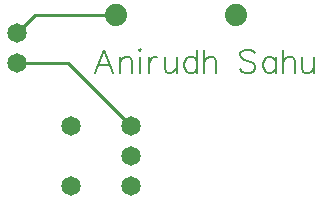
<source format=gtl>
G04 Layer: TopLayer*
G04 EasyEDA v6.5.44, 2024-08-04 20:28:30*
G04 8295df91b2f84a2d9169b475f636a574,b0d0efe6ac584fe99c24f131b36d675a,10*
G04 Gerber Generator version 0.2*
G04 Scale: 100 percent, Rotated: No, Reflected: No *
G04 Dimensions in millimeters *
G04 leading zeros omitted , absolute positions ,4 integer and 5 decimal *
%FSLAX45Y45*%
%MOMM*%

%ADD10C,0.2032*%
%ADD11C,0.2540*%
%ADD12C,1.6510*%
%ADD13C,1.8796*%
%ADD14C,1.6500*%

%LPD*%
D10*
X1966213Y4357878D02*
G01*
X1892300Y4164076D01*
X1966213Y4357878D02*
G01*
X2040127Y4164076D01*
X1919986Y4228592D02*
G01*
X2012441Y4228592D01*
X2101088Y4293362D02*
G01*
X2101088Y4164076D01*
X2101088Y4256278D02*
G01*
X2128774Y4283963D01*
X2147315Y4293362D01*
X2175002Y4293362D01*
X2193290Y4283963D01*
X2202688Y4256278D01*
X2202688Y4164076D01*
X2263647Y4357878D02*
G01*
X2272791Y4348734D01*
X2282190Y4357878D01*
X2272791Y4367276D01*
X2263647Y4357878D01*
X2272791Y4293362D02*
G01*
X2272791Y4164076D01*
X2343150Y4293362D02*
G01*
X2343150Y4164076D01*
X2343150Y4237989D02*
G01*
X2352293Y4265676D01*
X2370836Y4283963D01*
X2389124Y4293362D01*
X2416809Y4293362D01*
X2477770Y4293362D02*
G01*
X2477770Y4200905D01*
X2487168Y4173220D01*
X2505709Y4164076D01*
X2533395Y4164076D01*
X2551684Y4173220D01*
X2579370Y4200905D01*
X2579370Y4293362D02*
G01*
X2579370Y4164076D01*
X2751327Y4357878D02*
G01*
X2751327Y4164076D01*
X2751327Y4265676D02*
G01*
X2732786Y4283963D01*
X2714243Y4293362D01*
X2686558Y4293362D01*
X2668270Y4283963D01*
X2649727Y4265676D01*
X2640329Y4237989D01*
X2640329Y4219447D01*
X2649727Y4191762D01*
X2668270Y4173220D01*
X2686558Y4164076D01*
X2714243Y4164076D01*
X2732786Y4173220D01*
X2751327Y4191762D01*
X2812288Y4357878D02*
G01*
X2812288Y4164076D01*
X2812288Y4256278D02*
G01*
X2839974Y4283963D01*
X2858515Y4293362D01*
X2886202Y4293362D01*
X2904490Y4283963D01*
X2913888Y4256278D01*
X2913888Y4164076D01*
X3246374Y4330192D02*
G01*
X3227831Y4348734D01*
X3200145Y4357878D01*
X3163315Y4357878D01*
X3135629Y4348734D01*
X3117088Y4330192D01*
X3117088Y4311650D01*
X3126231Y4293362D01*
X3135629Y4283963D01*
X3153918Y4274820D01*
X3209290Y4256278D01*
X3227831Y4247134D01*
X3237229Y4237989D01*
X3246374Y4219447D01*
X3246374Y4191762D01*
X3227831Y4173220D01*
X3200145Y4164076D01*
X3163315Y4164076D01*
X3135629Y4173220D01*
X3117088Y4191762D01*
X3418077Y4293362D02*
G01*
X3418077Y4164076D01*
X3418077Y4265676D02*
G01*
X3399790Y4283963D01*
X3381247Y4293362D01*
X3353561Y4293362D01*
X3335020Y4283963D01*
X3316477Y4265676D01*
X3307334Y4237989D01*
X3307334Y4219447D01*
X3316477Y4191762D01*
X3335020Y4173220D01*
X3353561Y4164076D01*
X3381247Y4164076D01*
X3399790Y4173220D01*
X3418077Y4191762D01*
X3479038Y4357878D02*
G01*
X3479038Y4164076D01*
X3479038Y4256278D02*
G01*
X3506724Y4283963D01*
X3525265Y4293362D01*
X3552952Y4293362D01*
X3571493Y4283963D01*
X3580638Y4256278D01*
X3580638Y4164076D01*
X3641597Y4293362D02*
G01*
X3641597Y4200905D01*
X3650995Y4173220D01*
X3669284Y4164076D01*
X3696970Y4164076D01*
X3715511Y4173220D01*
X3743197Y4200905D01*
X3743197Y4293362D02*
G01*
X3743197Y4164076D01*
D11*
X2197102Y3708402D02*
G01*
X1663702Y4241802D01*
X1231902Y4241802D01*
X2070102Y4648202D02*
G01*
X1384302Y4648202D01*
X1231902Y4495802D01*
D12*
G01*
X1231900Y4241800D03*
G01*
X1231900Y4495800D03*
D13*
G01*
X3086100Y4648200D03*
G01*
X2070100Y4648200D03*
D14*
G01*
X2197100Y3200400D03*
G01*
X2197100Y3454400D03*
G01*
X2197100Y3708400D03*
G01*
X1689100Y3708400D03*
G01*
X1689100Y3200400D03*
M02*

</source>
